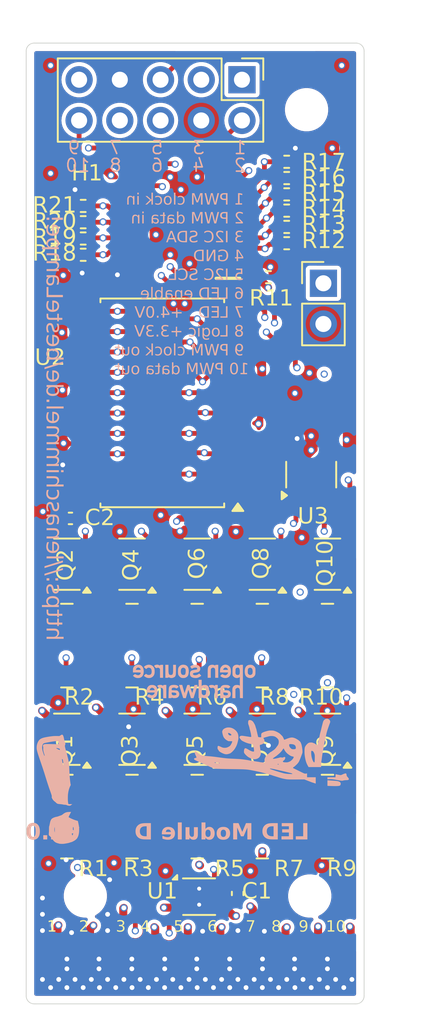
<source format=kicad_pcb>
(kicad_pcb (version 20240108) (generator "pcbnew") (generator_version "8.0")
  (layers (0 "F.Cu" signal) (1 "In1.Cu" signal) (2 "In2.Cu" signal) (31 "B.Cu" signal) (34 "B.Paste" user) (35 "F.Paste" user) (36 "B.SilkS" user "B.Silkscreen") (37 "F.SilkS" user "F.Silkscreen") (38 "B.Mask" user) (39 "F.Mask" user) (44 "Edge.Cuts" user))
  (net 0 "")
  (net 1 "GND")
  (net 2 "+4V")
  (net 3 "Net-(H1-OUTR3)")
  (net 4 "Net-(H1-OUTB1)")
  (net 5 "Net-(H1-OUTB2)")
  (net 7 "Net-(H1-OUTR0)")
  (net 8 "Net-(H1-OUTB0)")
  (net 9 "Net-(H1-OUTB3)")
  (net 10 "Net-(H1-IREF)")
  (net 11 "Net-(H1-OUTR1)")
  (net 12 "Net-(H1-OUTG3)")
  (net 13 "Net-(H1-OUTG0)")
  (net 15 "Net-(H1-OUTG1)")
  (net 16 "Net-(JP2-A)")
  (net 17 "Net-(JP3-A)")
  (net 18 "Net-(JP4-A)")
  (net 19 "Net-(JP5-A)")
  (net 20 "Net-(JP6-A)")
  (net 21 "Net-(JP7-A)")
  (net 22 "Net-(JP8-A)")
  (net 23 "Net-(JP9-A)")
  (net 24 "Net-(LED1-K)")
  (net 25 "Net-(LED2-K)")
  (net 26 "Net-(LED3-K)")
  (net 27 "Net-(LED4-K)")
  (net 28 "Net-(LED5-K)")
  (net 29 "Net-(LED6-K)")
  (net 30 "Net-(LED7-K)")
  (net 31 "Net-(LED8-K)")
  (net 32 "Net-(LED9-K)")
  (net 33 "Net-(LED10-K)")
  (net 34 "Net-(Q1-D-Pad1)")
  (net 35 "Net-(Q2-D-Pad1)")
  (net 36 "Net-(Q3-D-Pad1)")
  (net 37 "Net-(Q4-D-Pad1)")
  (net 38 "Net-(Q5-D-Pad1)")
  (net 39 "Net-(Q6-D-Pad1)")
  (net 40 "Net-(Q7-D-Pad1)")
  (net 41 "Net-(Q8-D-Pad1)")
  (net 42 "Net-(Q9-D-Pad1)")
  (net 43 "Net-(Q10-D-Pad1)")
  (net 45 "+3.3V")
  (net 46 "Net-(H1-SCKI)")
  (net 47 "Net-(H1-SDTI)")
  (net 48 "Net-(H1-SDTO)")
  (net 49 "Net-(H1-SCKO)")
  (net 50 "Net-(J1-Pin_3)")
  (net 51 "Net-(J1-Pin_6)")
  (net 52 "Net-(J1-Pin_5)")
  (footprint "Resistor_SMD:R_1020_2550Metric" (layer "F.Cu") (at 142.24 59.436)
    (property "Reference" "R8")
    (property "Value" "0R390")
  )
  (footprint "Resistor_SMD:R_0402_1005Metric" (layer "F.Cu") (at 143.76 34.33 180)
    (property "Reference" "R12")
    (property "Value" "R_Small")
  )
  (footprint "Resistor_SMD:R_0402_1005Metric" (layer "F.Cu") (at 143.76 31.282 180)
    (property "Reference" "R15")
    (property "Value" "R_Small")
  )
  (footprint "Resistor_SMD:R_1020_2550Metric" (layer "F.Cu") (at 142.24 70.104)
    (property "Reference" "R7")
    (property "Value" "0R390")
  )
  (footprint "Cree XLAMP XE-G LED XEGAVT-H0:XEGAVTH_clean" (layer "F.Cu") (at 133.096 78.74)
    (property "Reference" "LED3" (hide yes))
    (property "Value" "XEGAVT-H0-0000-000-000000K2001" (hide yes))
  )
  (footprint "Resistor_SMD:R_0402_1005Metric" (layer "F.Cu") (at 143.76 29.25 180)
    (property "Reference" "R17")
    (property "Value" "R_Small")
  )
  (footprint "Cree XLAMP XE-G LED XEGAVT-H0:XEGAVTH_clean" (layer "F.Cu") (at 135.128 78.74)
    (property "Reference" "LED4" (hide yes))
    (property "Value" "XEGAVT-H0-0000-000-000000K2001" (hide yes))
  )
  (footprint "Jumper:SolderJumper-2_Open_RoundedPad_small_nosilk" (layer "F.Cu") (at 136 40.15 180)
    (property "Reference" "JP2" (hide yes))
    (property "Value" "SolderJumper_2_Open")
  )
  (footprint "Connector_PinHeader_2.54mm:PinHeader_1x02_P2.54mm_Vertical" (layer "F.Cu") (at 146.05 36.83)
    (property "Reference" "J2" (hide yes))
    (property "Value" "Conn_01x02_Pin")
  )
  (footprint "Resistor_SMD:R_0402_1005Metric" (layer "F.Cu") (at 131.064 32.004 180)
    (property "Reference" "R21")
    (property "Value" "R_Small")
  )
  (footprint "Cree XLAMP XE-G LED XEGAVT-H0:XEGAVTH_clean" (layer "F.Cu") (at 141.224 78.74)
    (property "Reference" "LED7" (hide yes))
    (property "Value" "XEGAVT-H0-0000-000-000000K2001" (hide yes))
  )
  (footprint "Cree XLAMP XE-G LED XEGAVT-H0:XEGAVTH_clean" (layer "F.Cu") (at 129.032 78.74)
    (property "Reference" "LED1" (hide yes))
    (property "Value" "XEGAVT-H0-0000-000-000000K2001" (hide yes))
  )
  (footprint "Jumper:SolderJumper-2_Open_RoundedPad_small_nosilk" (layer "F.Cu") (at 136 47.65 180)
    (property "Reference" "JP5" (hide yes))
    (property "Value" "SolderJumper_2_Open")
  )
  (footprint "Package_SO:SOIC-20W_7.5x12.8mm_P1.27mm" (layer "F.Cu") (at 136 44.291 180)
    (property "Reference" "U2")
    (property "Value" "74HCT244")
  )
  (footprint "Resistor_SMD:R_0402_1005Metric" (layer "F.Cu") (at 143.76 30.266 180)
    (property "Reference" "R16")
    (property "Value" "R_Small")
  )
  (footprint "Resistor_SMD:R_0402_1005Metric" (layer "F.Cu") (at 143.76 33.314 180)
    (property "Reference" "R13")
    (property "Value" "R_Small")
  )
  (footprint "Package_SO:TSOP-6_1.65x3.05mm_P0.95mm" (layer "F.Cu") (at 146.304 65.278 180)
    (property "Reference" "Q9")
    (property "Value" "Si3456DDV")
  )
  (footprint "Resistor_SMD:R_1020_2550Metric" (layer "F.Cu") (at 130.048 70.104)
    (property "Reference" "R1")
    (property "Value" "0R390")
  )
  (footprint "Package_SO:TSOP-6_1.65x3.05mm_P0.95mm" (layer "F.Cu") (at 146.304 54.356 180)
    (property "Reference" "Q10")
    (property "Value" "Si3456DDV")
  )
  (footprint "Jumper:SolderJumper-2_Open_RoundedPad_small_nosilk" (layer "F.Cu") (at 136 40.9)
    (property "Reference" "JP6" (hide yes))
    (property "Value" "SolderJumper_2_Open")
  )
  (footprint "Package_SO:TSOP-6_1.65x3.05mm_P0.95mm" (layer "F.Cu") (at 134.112 54.356 180)
    (property "Reference" "Q4")
    (property "Value" "Si3456DDV")
  )
  (footprint "Capacitor_SMD:C_0402_1005Metric" (layer "F.Cu") (at 130.27 51.5)
    (property "Reference" "C2")
    (property "Value" "C_Small")
  )
  (footprint "Resistor_SMD:R_1020_2550Metric" (layer "F.Cu") (at 134.112 70.104)
    (property "Reference" "R3")
    (property "Value" "0R390")
  )
  (footprint "MountingHole:MountingHole_2.2mm_M2" (layer "F.Cu") (at 131.2 75.057)
    (property "Reference" "H3" (hide yes))
    (property "Value" "MountingHole")
  )
  (footprint "Cree XLAMP XE-G LED XEGAVT-H0:XEGAVTH_clean" (layer "F.Cu") (at 147.32 78.74)
    (property "Reference" "LED10" (hide yes))
    (property "Value" "XEGAVT-H0-0000-000-000000K2001" (hide yes))
  )
  (footprint "Package_TO_SOT_SMD:SOT-23-5" (layer "F.Cu") (at 145.288 48.768 90)
    (property "Reference" "U3")
    (property "Value" "24AA02-OT")
  )
  (footprint "Cree XLAMP XE-G LED XEGAVT-H0:XEGAVTH_clean" (layer "F.Cu") (at 139.192 78.74)
    (property "Reference" "LED6" (hide yes))
    (property "Value" "XEGAVT-H0-0000-000-000000K2001" (hide yes))
  )
  (footprint "Package_SO:TSOP-6_1.65x3.05mm_P0.95mm" (layer "F.Cu") (at 138.176 54.356 180)
    (property "Reference" "Q6")
    (property "Value" "Si3456DDV")
  )
  (footprint "Resistor_SMD:R_1020_2550Metric" (layer "F.Cu") (at 138.176 70.104)
    (property "Reference" "R5")
    (property "Value" "0R390")
  )
  (footprint "MountingHole:MountingHole_2.2mm_M2" (layer "F.Cu") (at 145.2 75.057)
    (property "Reference" "H2" (hide yes))
    (property "Value" "MountingHole")
  )
  (footprint "Jumper:SolderJumper-2_Open_RoundedPad_small_nosilk" (layer "F.Cu") (at 136 48.4)
    (property "Reference" "JP9" (hide yes))
    (property "Value" "SolderJumper_2_Open")
  )
  (footprint "Resistor_SMD:R_1020_2550Metric" (layer "F.Cu") (at 146.304 70.104)
    (property "Reference" "R9")
    (property "Value" "0R390")
  )
  (footprint "Capacitor_SMD:C_0402_1005Metric" (layer "F.Cu") (at 140.7 74.9 -90)
    (property "Reference" "C1")
    (property "Value" "C_Small")
  )
  (footprint "Package_SO:TSOP-6_1.65x3.05mm_P0.95mm" (layer "F.Cu") (at 130.048 54.356 180)
    (property "Reference" "Q2")
    (property "Value" "Si3456DDV")
  )
  (footprint "Cree XLAMP XE-G LED XEGAVT-H0:XEGAVTH_clean" (layer "F.Cu") (at 137.16 78.74)
    (property "Reference" "LED5" (hide yes))
    (property "Value" "XEGAVT-H0-0000-000-000000K2001" (hide yes))
  )
  (footprint "Resistor_SMD:R_1020_2550Metric" (layer "F.Cu") (at 134.112 59.436)
    (property "Reference" "R4")
    (property "Value" "0R390")
  )
  (footprint "Package_SO:TSOP-6_1.65x3.05mm_P0.95mm" (layer "F.Cu") (at 134.112 65.278 180)
    (property "Reference" "Q3")
    (property "Value" "Si3456DDV")
  )
  (footprint "Cree XLAMP XE-G LED XEGAVT-H0:XEGAVTH_clean" (layer "F.Cu") (at 131.064 78.74)
    (property "Reference" "LED2" (hide yes))
    (property "Value" "XEGAVT-H0-0000-000-000000K2001" (hide yes))
  )
  (footprint "Resistor_SMD:R_1020_2550Metric" (layer "F.Cu") (at 130.048 59.436)
    (property "Reference" "R2")
    (property "Value" "0R390")
  )
  (footprint "Cree XLAMP XE-G LED XEGAVT-H0:XEGAVTH_clean" (layer "F.Cu") (at 145.288 78.74)
    (property "Reference" "LED9" (hide yes))
    (property "Value" "XEGAVT-H0-0000-000-000000K2001" (hide yes))
  )
  (footprint "Jumper:SolderJumper-2_Open_RoundedPad_small_nosilk" (layer "F.Cu") (at 136 45.9)
    (property "Reference" "JP8" (hide yes))
    (property "Value" "SolderJumper_2_Open")
  )
  (footprint "TLC59711PWPR:SOP65P640X120-21N" (layer "F.Cu") (at 137.16 33.02 180)
    (property "Reference" "H1")
    (property "Value" "TLC59711PWPR" (hide yes))
  )
  (footprint "Package_SON:WSON-8-1EP_2x2mm_P0.5mm_EP0.9x1.6mm_ThermalVias" (layer "F.Cu") (at 138.3 75.1)
    (property "Reference" "U1")
    (property "Value" "TMP1075DGK")
  )
  (footprint "Jumper:SolderJumper-2_Open_RoundedPad_small_nosilk" (layer "F.Cu") (at 136 42.65 180)
    (property "Reference" "JP3" (hide yes))
    (property "Value" "SolderJumper_2_Open")
  )
  (footprint "Resistor_SMD:R_0402_1005Metric" (layer "F.Cu") (at 131.064 34.036 180)
    (property "Reference" "R19")
    (property "Value" "R_Small")
  )
  (footprint "Package_SO:TSOP-6_1.65x3.05mm_P0.95mm" (layer "F.Cu") (at 142.24 54.356 180)
    (property "Reference" "Q8")
    (property "Value" "Si3456DDV")
  )
  (footprint "Package_SO:TSOP-6_1.65x3.05mm_P0.95mm" (layer "F.Cu") (at 138.176 65.278 180)
    (property "Reference" "Q5")
    (property "Value" "Si3456DDV")
  )
  (footprint "Jumper:SolderJumper-2_Open_RoundedPad_small_nosilk" (layer "F.Cu") (at 136 43.4)
    (property "Reference" "JP7" (hide yes))
    (property "Value" "SolderJumper_2_Open")
  )
  (footprint "Resistor_SMD:R_1020_2550Metric" (layer "F.Cu") (at 138.176 59.436)
    (property "Reference" "R6")
    (property "Value" "0R390")
  )
  (footprint "Package_SO:TSOP-6_1.65x3.05mm_P0.95mm" (layer "F.Cu") (at 142.24 65.278 180)
    (property "Reference" "Q7")
    (property "Value" "Si3456DDV")
  )
  (footprint "Resistor_SMD:R_0402_1005Metric" (layer "F.Cu") (at 131.064 33.02 180)
    (property "Reference" "R20")
    (property "Value" "R_Small")
  )
  (footprint "Package_SO:TSOP-6_1.65x3.05mm_P0.95mm" (layer "F.Cu") (at 130.048 65.278 180)
    (property "Reference" "Q1")
    (property "Value" "Si3456DDV")
  )
  (footprint "Resistor_SMD:R_1020_2550Metric" (layer "F.Cu") (at 146.304 59.436)
    (property "Reference" "R10")
    (property "Value" "0R390")
  )
  (footprint "Jumper:SolderJumper-2_Open_RoundedPad_small_nosilk" (layer "F.Cu") (at 136 45.15 180)
    (property "Reference" "JP4" (hide yes))
    (property "Value" "SolderJumper_2_Open")
  )
  (footprint "Cree XLAMP XE-G LED XEGAVT-H0:XEGAVTH_clean" (layer "F.Cu") (at 143.256 78.74)
    (property "Reference" "LED8" (hide yes))
    (property "Value" "XEGAVT-H0-0000-000-000000K2001" (hide yes))
  )
  (footprint "Connector_PinHeader_2.54mm:PinHeader_2x05_P2.54mm_Vertical" (layer "F.Cu") (at 140.97 24.13 -90)
    (property "Reference" "J1" (hide yes))
    (property "Value" "Conn_01x10_Pin")
  )
  (footprint "Resistor_SMD:R_0402_1005Metric" (layer "F.Cu") (at 131.064 35.052 180)
    (property "Reference" "R18")
    (property "Value" "R_Small")
  )
  (footprint "Jumper:SolderJumper-2_Open_RoundedPad_small_nosilk" (layer "F.Cu") (at 145.225 45.175 180)
    (property "Reference" "JP1" (hide yes))
    (property "Value" "SolderJumper_2_Open")
  )
  (footprint "MountingHole:MountingHole_2.2mm_M2" (layer "F.Cu") (at 145 26)
    (property "Reference" "H4" (hide yes))
    (property "Value" "MountingHole")
  )
  (footprint "Resistor_SMD:R_0402_1005Metric" (layer "F.Cu") (at 143.76 32.298 180)
    (property "Reference" "R14")
    (property "Value" "R_Small")
  )
  (footprint "Resistor_SMD:R_0402_1005Metric" (layer "F.Cu") (at 142.621 36.449 180)
    (property "Reference" "R11")
    (property "Value" "R_Small")
  )
  (footprint "Symbol:OSHW-Logo_7.5x8mm_SilkScreen" (layer "B.Cu") (at 138 58.7 180)
    (property "Reference" "REF**" (hide yes))
    (property "Value" "OSHW-Logo_7.5x8mm_SilkScreen" (hide yes))
  )
  (footprint "LOGO" (layer "B.Cu") (at 137.696764 67.812498 180)
    (property "Reference" "G***" (hide yes))
    (property "Value" "LOGO" (hide yes))
  )
  (gr_line (start 127.508 22.344) (end 127.508 81.288) (stroke (width 0.05)) (layer "Edge.Cuts"))
  (gr_line (start 148.59 81.288) (end 148.59 22.344) (stroke (width 0.05)) (layer "Edge.Cuts"))
  (gr_line (start 148.09 21.844) (end 128.008 21.844) (stroke (width 0.05)) (layer "Edge.Cuts"))
  (gr_line (start 128.008 81.788) (end 148.09 81.788) (stroke (width 0.05)) (layer "Edge.Cuts"))
  (gr_arc (start 128.008 81.788) (mid 127.654447 81.641553) (end 127.508 81.288) (stroke (width 0.05)) (layer "Edge.Cuts"))
  (gr_arc (start 148.09 21.844) (mid 148.443553 21.990447) (end 148.59 22.344) (stroke (width 0.05)) (layer "Edge.Cuts"))
  (gr_arc (start 148.59 81.288) (mid 148.443553 81.641553) (end 148.09 81.788) (stroke (width 0.05)) (layer "Edge.Cuts"))
  (gr_arc (start 127.508 22.344) (mid 127.654447 21.990447) (end 128.008 21.844) (stroke (width 0.05)) (layer "Edge.Cuts"))
  (gr_text "LED Module D       v1.0" (at 145.18 71.7 0) (layer "B.SilkS") (effects (font (size 1 1) (thickness 0.2) (bold yes)) (justify left bottom mirror)))
  (gr_text "1   3   5   7   9" (at 141.3 27.9 0) (layer "B.SilkS") (effects (font (size 0.8 0.8) (thickness 0.1)) (justify left top mirror)))
  (gr_text " 1 PWM clock in\n 2 PWM data in\n 3 I2C SDA\n 4 GND\n 5 I2C SCL\n 6 LED enable\n 7 LED   +4.0V\n 8 Logic +3.3V\n 9 PWM clock out\n10 PWM data out" (at 141.41 31.22 0) (layer "B.SilkS") (effects (font (size 0.7 0.7) (thickness 0.1)) (justify left top mirror)))
  (gr_text "2   4   6   8  10" (at 141.3 29 0) (layer "B.SilkS") (effects (font (size 0.8 0.8) (thickness 0.1)) (justify left top mirror)))
  (gr_text "https://lenaschimmel.de/besteLampe!" (at 128.61 59.14 -90) (layer "B.SilkS") (effects (font (size 1 1) (thickness 0.125)) (justify left bottom mirror)))
  (gr_text "3" (at 133.1 77.4 0) (layer "F.SilkS") (effects (font (size 0.7 0.7) (thickness 0.1)) (justify left bottom)))
  (gr_text "2\n" (at 130.8 77.4 0) (layer "F.SilkS") (effects (font (size 0.7 0.7) (thickness 0.1)) (justify left bottom)))
  (gr_text "10" (at 146.2 77.4 0) (layer "F.SilkS") (effects (font (size 0.7 0.7) (thickness 0.1)) (justify left bottom)))
  (gr_text "7" (at 141.2 77.4 0) (layer "F.SilkS") (effects (font (size 0.7 0.7) (thickness 0.1)) (justify left bottom)))
  (gr_text "9" (at 144.5 77.4 0) (layer "F.SilkS") (effects (font (size 0.7 0.7) (thickness 0.1)) (justify left bottom)))
  (gr_text "4" (at 134.62 77.4 0) (layer "F.SilkS") (effects (font (size 0.7 0.7) (thickness 0.1)) (justify left bottom)))
  (gr_text "5" (at 136.7 77.4 0) (layer "F.SilkS") (effects (font (size 0.7 0.7) (thickness 0.1)) (justify left bottom)))
  (gr_text "8" (at 142.8 77.4 0) (layer "F.SilkS") (effects (font (size 0.7 0.7) (thickness 0.1)) (justify left bottom)))
  (gr_text "1" (at 128.8 77.4 0) (layer "F.SilkS") (effects (font (size 0.7 0.7) (thickness 0.1)) (justify left bottom)))
  (gr_text "6" (at 138.811 77.4 0) (layer "F.SilkS") (effects (font (size 0.7 0.7) (thickness 0.1)) (justify left bottom)))
  (segment (start 140.55 63.798) (end 141.08 64.328) (width 0.5) (layer "F.Cu") (net 1))
  (segment (start 136.873482 75.85) (end 136.80689 75.783408) (width 0.3) (layer "F.Cu") (net 1))
  (segment (start 142.24 72.896498) (end 142.45 73.106498) (width 0.5) (layer "F.Cu") (net 1))
  (segment (start 131.924 63.3) (end 132.952 64.328) (width 0.5) (layer "F.Cu") (net 1))
  (segment (start 136.100218 75.783408) (end 136.80689 75.783408) (width 0.5) (layer "F.Cu") (net 1))
  (segment (start 140.2 63.5) (end 140.498 63.798) (width 0.5) (layer "F.Cu") (net 1))
  (segment (start 137.016 64.328) (end 137.016 64.316) (width 0.5) (layer "F.Cu") (net 1))
  (segment (start 140.498 63.798) (end 140.55 63.798) (width 0.5) (layer "F.Cu") (net 1))
  (segment (start 142.45 73.106498) (end 142.45 73.893502) (width 0.5) (layer "F.Cu") (net 1))
  (segment (start 139.651518 75.925) (end 139.25 75.925) (width 0.5) (layer "F.Cu") (net 1))
  (segment (start 139.676518 75.9) (end 139.651518 75.925) (width 0.5) (layer "F.Cu") (net 1))
  (segment (start 136.1 75.78319) (end 136.100218 75.783408) (width 0.5) (layer "F.Cu") (net 1))
  (segment (start 136.1 75.783408) (end 136.166592 75.85) (width 0.3) (layer "F.Cu") (net 1))
  (segment (start 140.6 76.3) (end 140.441785 76.3) (width 0.5) (layer "F.Cu") (net 1))
  (segment (start 138.3 73.1) (end 138.354 73.154) (width 0.5) (layer "F.Cu") (net 1))
  (segment (start 136.1 75.78319) (end 136.1 75.783408) (width 0.3) (layer "F.Cu") (net 1))
  (segment (start 141.893502 74.45) (end 140.73 74.45) (width 0.5) (layer "F.Cu") (net 1))
  (segment (start 140.73 74.45) (end 140.7 74.42) (width 0.5) (layer "F.Cu") (net 1))
  (segment (start 140.041785 75.9) (end 139.676518 75.9) (width 0.5) (layer "F.Cu") (net 1))
  (segment (start 144.5 63.485786) (end 145.144 64.129786) (width 0.5) (layer "F.Cu") (net 1))
  (segment (start 142.24 72.263) (end 142.24 72.896498) (width 0.5) (layer "F.Cu") (net 1))
  (segment (start 145.144 64.129786) (end 145.144 64.328) (width 0.5) (layer "F.Cu") (net 1))
  (segment (start 137.016 64.316) (end 136.2 63.5) (width 0.5) (layer "F.Cu") (net 1))
  (segment (start 131.858 63.3) (end 131.924 63.3) (width 0.5) (layer "F.Cu") (net 1))
  (segment (start 128.888 63.888) (end 128.5 63.5) (width 0.5) (layer "F.Cu") (net 1))
  (segment (start 142.45 73.893502) (end 141.893502 74.45) (width 0.5) (layer "F.Cu") (net 1))
  (segment (start 128.888 64.328) (end 128.888 63.888) (width 0.5) (layer "F.Cu") (net 1))
  (segment (start 140.441785 76.3) (end 140.041785 75.9) (width 0.5) (layer "F.Cu") (net 1))
  (segment (start 137.35 75.85) (end 136.873482 75.85) (width 0.3) (layer "F.Cu") (net 1))
  (via (at 145.288 47.244) (size 0.45) (drill 0.3) (layers "F.Cu" "B.Cu") (net 1))
  (via (at 145.288 46.355) (size 0.45) (drill 0.3) (layers "F.Cu" "B.Cu") (net 1))
  (via (at 135.6 33.8) (size 0.45) (drill 0.3) (layers "F.Cu" "B.Cu") (net 1))
  (via (at 131.858 63.3) (size 0.45) (drill 0.3) (layers "F.Cu" "B.Cu") (net 1))
  (via (at 142.24 72.263) (size 0.45) (drill 0.3) (layers "F.Cu" "B.Cu") (net 1))
  (via (at 136.5 30.2) (size 0.45) (drill 0.3) (layers "F.Cu" "B.Cu") (net 1))
  (via (at 135.9 51.3) (size 0.45) (drill 0.3) (layers "F.Cu" "B.Cu") (net 1))
  (via (at 138.176 30.2) (size 0.45) (drill 0.3) (layers "F.Cu" "B.Cu") (net 1))
  (via (at 136.2 63.5) (size 0.45) (drill 0.3) (layers "F.Cu" "B.Cu") (net 1))
  (via (at 142.24 42.164) (size 0.45) (drill 0.3) (layers "F.Cu" "B.Cu") (net 1))
  (via (at 140.589 52.324) (size 0.45) (drill 0.3) (layers "F.Cu" "B.Cu") (net 1))
  (via (at 132.8 30.1) (size 0.45) (drill 0.3) (layers "F.Cu" "B.Cu") (net 1))
  (via (at 136.7 38.1) (size 0.45) (drill 0.3) (layers "F.Cu" "B.Cu") (net 1))
  (via (at 138.3 73.1) (size 0.45) (drill 0.3) (layers "F.Cu" "B.Cu") (net 1))
  (via (at 136.1 75.78319) (size 0.45) (drill 0.3) (layers "F.Cu" "B.Cu") (net 1))
  (via (at 129.77 43.49) (size 0.45) (drill 0.3) (layers "F.Cu" "B.Cu") (net 1))
  (via (at 137.1 52.3) (size 0.45) (drill 0.3) (layers "F.Cu" "B.Cu") (net 1))
  (via (at 129.84 46.81) (size 0.45) (drill 0.3) (layers "F.Cu" "B.Cu") (net 1))
  (via (at 137.7 35.6) (size 0.45) (drill 0.3) (layers "F.Cu" "B.Cu") (net 1))
  (via (at 140.6 76.3) (size 0.45) (drill 0.3) (layers "F.Cu" "B.Cu") (net 1))
  (via (at 145.177206 42.422794) (size 0.45) (drill 0.3) (layers "F.Cu" "B.Cu") (net 1))
  (via (at 129.032 29.972) (size 0.45) (drill 0.3) (layers "F.Cu" "B.Cu") (net 1))
  (via (at 146.30558 61.747863) (size 0.45) (drill 0.3) (layers "F.Cu" "B.Cu") (net 1))
  (via (at 136.5 35.052) (size 0.45) (drill 0.3) (layers "F.Cu" "B.Cu") (net 1))
  (via (at 144.5 63.485786) (size 0.45) (drill 0.3) (layers "F.Cu" "B.Cu") (net 1))
  (via (at 144.272 43.688) (size 0.45) (drill 0.3) (layers "F.Cu" "B.Cu") (net 1))
  (via (at 147.193 23.241) (size 0.45) (drill 0.3) (layers "F.Cu" "B.Cu") (net 1))
  (via (at 129.74 39.9) (size 0.45) (drill 0.3) (layers "F.Cu" "B.Cu") (net 1))
  (via (at 129.032 23.241) (size 0.45) (drill 0.3) (layers "F.Cu" "B.Cu") (net 1))
  (via (at 147.5 46.6) (size 0.45) (drill 0.3) (layers "F.Cu" "B.Cu") (net 1))
  (via (at 137.4 38.1) (size 0.45) (drill 0.3) (layers "F.Cu" "B.Cu") (net 1))
  (via (at 142 45.6) (size 0.45) (drill 0.3) (layers "F.Cu" "B.Cu") (net 1))
  (via (at 140.2 63.5) (size 0.45) (drill 0.3) (layers "F.Cu" "B.Cu") (net 1))
  (via (at 146.6 28.4) (size 0.45) (drill 0.3) (layers "F.Cu" "B.Cu") (net 1))
  (via (at 133.35 52.324) (size 0.45) (drill 0.3) (layers "F.Cu" "B.Cu") (net 1))
  (via (at 142.748 35.814) (size 0.45) (drill 0.3) (layers "F.Cu" "B.Cu") (net 1))
  (via (at 128.55 51.07) (size 0.45) (drill 0.3) (layers "F.Cu" "B.Cu") (net 1))
  (via (at 129.82 36.34) (size 0.45) (drill 0.3) (layers "F.Cu" "B.Cu") (net 1))
  (via (at 137.16 30.988) (size 0.45) (drill 0.3) (layers "F.Cu" "B.Cu") (net 1))
  (via (at 144.7 52.7) (size 0.45) (drill 0.3) (layers "F.Cu" "B.Cu") (net 1))
  (via (at 128.5 63.5) (size 0.45) (drill 0.3) (layers "F.Cu" "B.Cu") (net 1))
  (segment (start 129.78 48.17) (end 129.78 50) (width 0.5) (layer "F.Cu") (net 2))
  (segment (start 133.217 36.3) (end 134.197 35.32) (width 0.5) (layer "F.Cu") (net 2))
  (segment (start 131.35 50.006) (end 130.32 50.006) (width 0.5) (layer "F.Cu") (net 2))
  (segment (start 130.556 30.988) (end 130.556 35.746) (width 0.5) (layer "F.Cu") (net 2))
  (segment (start 133.555 35.945) (end 134.222 35.945) (width 0.5) (layer "F.Cu") (net 2))
  (segment (start 133.2 36.3) (end 133.555 35.945) (width 0.5) (layer "F.Cu") (net 2))
  (segment (start 144.2 45.3) (end 144.2 46.308694) (width 0.5) (layer "F.Cu") (net 2))
  (segment (start 144.27 34.33) (end 144.274 34.326) (width 0.5) (layer "F.Cu") (net 2))
  (segment (start 144.3 29.946) (end 144.272 29.974) (width 0.5) (layer "F.Cu") (net 2))
  (segment (start 144.274 34.326) (end 144.274 29.254) (width 0.5) (layer "F.Cu") (net 2))
  (segment (start 130.32 50.006) (end 129.786 50.006) (width 0.5) (layer "F.Cu") (net 2))
  (segment (start 144.274 29.254) (end 144.27 29.25) (width 0.5) (layer "F.Cu") (net 2))
  (segment (start 144.2 46.308694) (end 144.409306 46.518) (width 0.5) (layer "F.Cu") (net 2))
  (segment (start 130.556 35.746) (end 131 36.19) (width 0.5) (layer "F.Cu") (net 2))
  (segment (start 129.786 50.006) (end 129.78 50) (width 0.5) (layer "F.Cu") (net 2))
  (segment (start 134.197 35.32) (end 134.222 35.32) (width 0.5) (layer "F.Cu") (net 2))
  (segment (start 144.3 28.4) (end 144.3 29.946) (width 0.5) (layer "F.Cu") (net 2))
  (segment (start 133.2 36.3) (end 133.217 36.3) (width 0.5) (layer "F.Cu") (net 2))
  (segment (start 144.575 44.925) (end 144.2 45.3) (width 0.5) (layer "F.Cu") (net 2))
  (segment (start 129.79 51.5) (end 129.79 50.01) (width 0.5) (layer "F.Cu") (net 2))
  (segment (start 129.79 48.16) (end 129.78 48.17) (width 0.5) (layer "F.Cu") (net 2))
  (segment (start 129.79 50.01) (end 129.786 50.006) (width 0.5) (layer "F.Cu") (net 2))
  (via (at 134.1 78.99) (size 0.45) (drill 0.3) (layers "F.Cu" "B.Cu") (net 2))
  (via (at 144.78 80.264) (size 0.45) (drill 0.3) (layers "F.Cu" "B.Cu") (net 2))
  (via (at 128.524 80.264) (size 0.45) (drill 0.3) (layers "F.Cu" "B.Cu") (net 2))
  (via (at 144.409306 46.518) (size 0.45) (drill 0.3) (layers "F.Cu" "B.Cu") (net 2))
  (via (at 132.588 80.264) (size 0.45) (drill 0.3) (layers "F.Cu" "B.Cu") (net 2))
  (via (at 131 36.19) (size 0.45) (drill 0.3) (layers "F.Cu" "B.Cu") (net 2))
  (via (at 131.572 80.264) (size 0.45) (drill 0.3) (layers "F.Cu" "B.Cu") (net 2))
  (via (at 134.62 80.264) (size 0.45) (drill 0.3) (layers "F.Cu" "B.Cu") (net 2))
  (via (at 138.15 78.99) (size 0.45) (drill 0.3) (layers "F.Cu" "B.Cu") (net 2))
  (via (at 130 72.8) (size 0.45) (drill 0.3) (layers "F.Cu" "B.Cu") (net 2))
  (via (at 145.796 80.264) (size 0.45) (drill 0.3) (layers "F.Cu" "B.Cu") (net 2))
  (via (at 135.128 80.772) (size 0.45) (drill 0.3) (layers "F.Cu" "B.Cu") (net 2))
  (via (at 130.048 80.772) (size 0.45) (drill 0.3) (layers "F.Cu" "B.Cu") (net 2))
  (via (at 136.144 80.772) (size 0.45) (drill 0.3) (layers "F.Cu" "B.Cu") (net 2))
  (via (at 140.208 80.772) (size 0.45) (drill 0.3) (layers "F.Cu" "B.Cu") (net 2))
  (via (at 142.25 78.99) (size 0.45) (drill 0.3) (layers "F.Cu" "B.Cu") (net 2))
  (via (at 133.9 64.5) (size 0.45) (drill 0.3) (layers "F.Cu" "B.Cu") (net 2))
  (via (at 133.604 80.264) (size 0.45) (drill 0.3) (layers "F.Cu" "B.Cu") (net 2))
  (via (at 129.54 80.264) (size 0.45) (drill 0.3) (layers "F.Cu" "B.Cu") (net 2))
  (via (at 128.524 76.2) (size 0.45) (drill 0.3) (layers "F.Cu" "B.Cu") (net 2))
  (via (at 146.3 78.99) (size 0.45) (drill 0.3) (layers "F.Cu" "B.Cu") (net 2))
  (via (at 147.32 80.772) (size 0.45) (drill 0.3) (layers "F.Cu" "B.Cu") (net 2))
  (via (at 129.032 80.772) (size 0.45) (drill 0.3) (layers "F.Cu" "B.Cu") (net 2))
  (via (at 141.732 80.264) (size 0.45) (drill 0.3) (layers "F.Cu" "B.Cu") (net 2))
  (via (at 141.224 80.772) (size 0.45) (drill 0.3) (layers "F.Cu" "B.Cu") (net 2))
  (via (at 136.652 80.264) (size 0.45) (drill 0.3) (layers "F.Cu" "B.Cu") (net 2))
  (via (at 133.096 80.772) (size 0.45) (drill 0.3) (layers "F.Cu" "B.Cu") (net 2))
  (via (at 130.556 80.264) (size 0.45) (drill 0.3) (layers "F.Cu" "B.Cu") (net 2))
  (via (at 130.05 78.99) (size 0.45) (drill 0.3) (layers "F.Cu" "B.Cu") (net 2))
  (via (at 137.16 80.772) (size 0.45) (drill 0.3) (layers "F.Cu" "B.Cu") (net 2))
  (via (at 142.367 77.256) (size 0.45) (drill 0.3) (layers "F.Cu" "B.Cu") (net 2))
  (via (at 142.619795 65.665004) (size 0.45) (drill 0.3) (layers "F.Cu" "B.Cu") (net 2))
  (via (at 132.08 80.772) (size 0.45) (drill 0.3) (layers "F.Cu" "B.Cu") (net 2))
  (via (at 144.3 28.4) (size 0.45) (drill 0.3) (layers "F.Cu" "B.Cu") (net 2))
  (via (at 146.812 80.264) (size 0.45) (drill 0.3) (layers "F.Cu" "B.Cu") (net 2))
  (via (at 143.256 80.772) (size 0.45) (drill 0.3) (layers "F.Cu" "B.Cu") (net 2))
  (via (at 142.24 80.772) (size 0.45) (drill 0.3) (layers "F.Cu" "B.Cu") (net 2))
  (via (at 144.25 78.99) (size 0.45) (drill 0.3) (layers "F.Cu" "B.Cu") (net 2))
  (via (at 138.684 80.264) (size 0.45) (drill 0.3) (layers "F.Cu" "B.Cu") (net 2))
  (via (at 130.05 79.6) (size 0.45) (drill 0.3) (layers "F.Cu" "B.Cu") (net 2))
  (via (at 132.588 77.216) (size 0.45) (drill 0.3) (layers "F.Cu" "B.Cu") (net 2))
  (via (at 146.3 79.6) (size 0.45) (drill 0.3) (layers "F.Cu" "B.Cu") (net 2))
  (via (at 128.524 75.184) (size 0.45) (drill 0.3) (layers "F.Cu" "B.Cu") (net 2))
  (via (at 135.636 80.264) (size 0.45) (drill 0.3) (layers "F.Cu" "B.Cu") (net 2))
  (via (at 144.272 80.772) (size 0.45) (drill 0.3) (layers "F.Cu" "B.Cu") (net 2))
  (via (at 142.25 79.6) (size 0.45) (drill 0.3) (layers "F.Cu" "B.Cu") (net 2))
  (via (at 129.79 48.16) (size 0.45) (drill 0.3) (layers "F.Cu" "B.Cu") (net 2))
  (via (at 142.748 80.264) (size 0.45) (drill 0.3) (layers "F.Cu" "B.Cu") (net 2))
  (via (at 130.556 30.988) (size 0.45) (drill 0.3) (layers "F.Cu" "B.Cu") (net 2))
  (via (at 137.668 80.264) (size 0.45) (drill 0.3) (layers "F.Cu" "B.Cu") (net 2))
  (via (at 128.524 77.216) (size 0.45) (drill 0.3) (layers "F.Cu" "B.Cu") (net 2))
  (via (at 147.828 80.264) (size 0.45) (drill 0.3) (layers "F.Cu" "B.Cu") (net 2))
  (via (at 144.25 79.6) (size 0.45) (drill 0.3) (layers "F.Cu" "B.Cu") (net 2))
  (via (at 134.1 79.6) (size 0.45) (drill 0.3) (layers "F.Cu" "B.Cu") (net 2))
  (via (at 130.34 77.343) (size 0.45) (drill 0.3) (layers "F.Cu" "B.Cu") (net 2))
  (via (at 140.2 79.6) (size 0.45) (drill 0.3) (layers "F.Cu" "B.Cu") (net 2))
  (via (at 138.514778 77.256287) (size 0.45) (drill 0.3) (layers "F.Cu" "B.Cu") (net 2))
  (via (at 139.192 80.772) (size 0.45) (drill 0.3) (layers "F.Cu" "B.Cu") (net 2))
  (via (at 140.716 77.216) (size 0.45) (drill 0.3) (layers "F.Cu" "B.Cu") (net 2))
  (via (at 146.304 80.772) (size 0.45) (drill 0.3) (layers "F.Cu" "B.Cu") (net 2))
  (via (at 132.05 78.99) (size 0.45) (drill 0.3) (layers "F.Cu" "B.Cu") (net 2))
  (via (at 132.05 79.6) (size 0.45) (drill 0.3) (layers "F.Cu" "B.Cu") (net 2))
  (via (at 139.7 80.264) (size 0.45) (drill 0.3) (layers "F.Cu" "B.Cu") (net 2))
  (via (at 143.764 80.264) (size 0.45) (drill 0.3) (layers "F.Cu" "B.Cu") (net 2))
  (via (at 132.588 76.2) (size 0.45) (drill 0.3) (layers "F.Cu" "B.Cu") (net 2))
  (via (at 145.288 80.772) (size 0.45) (drill 0.3) (layers "F.Cu" "B.Cu") (net 2))
  (via (at 131.064 80.772) (size 0.45) (drill 0.3) (layers "F.Cu" "B.Cu") (net 2))
  (via (at 140.2 78.99) (size 0.45) (drill 0.3) (layers "F.Cu" "B.Cu") (net 2))
  (via (at 136.15 79.6) (size 0.45) (drill 0.3) (layers "F.Cu" "B.Cu") (net 2))
  (via (at 138.176 80.772) (size 0.45) (drill 0.3) (layers "F.Cu" "B.Cu") (net 2))
  (via (at 134.112 80.772) (size 0.45) (drill 0.3) (layers "F.Cu" "B.Cu") (net 2))
  (via (at 136.15 78.99) (size 0.45) (drill 0.3) (layers "F.Cu" "B.Cu") (net 2))
  (via (at 133.2 36.3) (size 0.45) (drill 0.3) (layers "F.Cu" "B.Cu") (net 2))
  (via (at 132.715 74.041) (size 0.45) (drill 0.3) (layers "F.Cu" "B.Cu") (net 2))
  (via (at 138.15 79.6) (size 0.45) (drill 0.3) (layers "F.Cu" "B.Cu") (net 2))
  (via (at 140.716 80.264) (size 0.45) (drill 0.3) (layers "F.Cu" "B.Cu") (net 2))
  (segment (start 142.392587 38.582325) (end 141.010262 37.2) (width 0.3) (layer "F.Cu") (net 3))
  (segment (start 147.5 62.7) (end 147.5 64.292) (width 0.3) (layer "F.Cu") (net 3))
  (segment (start 134.222 33.345) (end 133.045 33.345) (width 0.3) (layer "F.Cu") (net 3))
  (segment (start 147.5 64.292) (end 147.464 64.328) (width 0.3) (layer "F.Cu") (net 3))
  (segment (start 132.32 33.02) (end 132.3 33) (width 0.3) (layer "F.Cu") (net 3))
  (segment (start 142.392587 38.963413) (end 142.392587 38.582325) (width 0.3) (layer "F.Cu") (net 3))
  (segment (start 136.79305 37.2) (end 135.939938 36.346888) (width 0.3) (layer "F.Cu") (net 3))
  (segment (start 132.72 33.02) (end 132.32 33.02) (width 0.3) (layer "F.Cu") (net 3))
  (segment (start 132.28 33.02) (end 131.574 33.02) (width 0.3) (layer "F.Cu") (net 3))
  (segment (start 141.010262 37.2) (end 136.79305 37.2) (width 0.3) (layer "F.Cu") (net 3))
  (segment (start 132.3 33) (end 132.28 33.02) (width 0.3) (layer "F.Cu") (net 3))
  (segment (start 133.045 33.345) (end 132.72 33.02) (width 0.3) (layer "F.Cu") (net 3))
  (via (at 142.392587 38.963413) (size 0.45) (drill 0.3) (layers "F.Cu" "B.Cu") (net 3))
  (via (at 132.3 33) (size 0.45) (drill 0.3) (layers "F.Cu" "B.Cu") (net 3))
  (via (at 135.939938 36.346888) (size 0.45) (drill 0.3) (layers "F.Cu" "B.Cu") (net 3))
  (via (at 147.5 62.7) (size 0.45) (drill 0.3) (layers "F.Cu" "B.Cu") (net 3))
  (segment (start 142.37 29.25) (end 142.37 30.03) (width 0.3) (layer "F.Cu") (net 4))
  (segment (start 142.37 30.03) (end 141.005 31.395) (width 0.3) (layer "F.Cu") (net 4))
  (segment (start 141.005 31.395) (end 140.098 31.395) (width 0.3) (layer "F.Cu") (net 4))
  (segment (start 142.37 29.25) (end 143.25 29.25) (width 0.3) (layer "F.Cu") (net 4))
  (segment (start 133.2 43.656) (end 131.35 43.656) (width 0.3) (layer "F.Cu") (net 4))
  (segment (start 134.106 43.656) (end 133.2 43.656) (width 0.3) (layer "F.Cu") (net 4))
  (segment (start 135.35 44.9) (end 134.106 43.656) (width 0.3) (layer "F.Cu") (net 4))
  (via (at 142.37 29.25) (size 0.45) (drill 0.3) (layers "F.Cu" "B.Cu") (net 4))
  (via (at 133.2 43.656) (size 0.45) (drill 0.3) (layers "F.Cu" "B.Cu") (net 4))
  (segment (start 134.222 32.695) (end 133.295 32.695) (width 0.3) (layer "F.Cu") (net 5))
  (segment (start 132.604 32.004) (end 132.304 32.004) (width 0.3) (layer "F.Cu") (net 5))
  (segment (start 141.248 36.6) (end 137.3 36.6) (width 0.3) (layer "F.Cu") (net 5))
  (segment (start 137.3 36.6) (end 136.493413 35.793413) (width 0.3) (layer "F.Cu") (net 5))
  (segment (start 132.304 32.004) (end 132.3 32) (width 0.3) (layer "F.Cu") (net 5))
  (segment (start 132.3 32) (end 132.296 32.004) (width 0.3) (layer "F.Cu") (net 5))
  (segment (start 133.295 32.695) (end 132.604 32.004) (width 0.3) (layer "F.Cu") (net 5))
  (segment (start 147.7 49.2) (end 147.7 53.17) (width 0.3) (layer "F.Cu") (net 5))
  (segment (start 132.296 32.004) (end 131.574 32.004) (width 0.3) (layer "F.Cu") (net 5))
  (segment (start 143 39.3) (end 143 38.352) (width 0.3) (layer "F.Cu") (net 5))
  (segment (start 147.6 49.1) (end 147.7 49.2) (width 0.3) (layer "F.Cu") (net 5))
  (segment (start 147.7 53.17) (end 147.464 53.406) (width 0.3) (layer "F.Cu") (net 5))
  (segment (start 143 38.352) (end 141.248 36.6) (width 0.3) (layer "F.Cu") (net 5))
  (via (at 143 39.3) (size 0.45) (drill 0.3) (layers "F.Cu" "B.Cu") (net 5))
  (via (at 147.6 49.1) (size 0.45) (drill 0.3) (layers "F.Cu" "B.Cu") (net 5))
  (via (at 132.3 32) (size 0.45) (drill 0.3) (layers "F.Cu" "B.Cu") (net 5))
  (via (at 136.493413 35.793413) (size 0.45) (drill 0.3) (layers "F.Cu" "B.Cu") (net 5))
  (segment (start 142.405913 34.670435) (end 142.676348 34.4) (width 0.3) (layer "F.Cu") (net 7))
  (segment (start 140.65 48.736) (end 137.668 48.736) (width 0.3) (layer "F.Cu") (net 7))
  (segment (start 137.668 48.736) (end 136.736 48.736) (width 0.3) (layer "F.Cu") (net 7))
  (segment (start 143.18 34.4) (end 143.25 34.33) (width 0.3) (layer "F.Cu") (net 7))
  (segment (start 142.405913 34.670435) (end 142.380478 34.645) (width 0.3) (layer "F.Cu") (net 7))
  (segment (start 136.736 48.736) (end 136.65 48.65) (width 0.3) (layer "F.Cu") (net 7))
  (segment (start 142.380478 34.645) (end 140.098 34.645) (width 0.3) (layer "F.Cu") (net 7))
  (segment (start 142.676348 34.4) (end 143.18 34.4) (width 0.3) (layer "F.Cu") (net 7))
  (via (at 142.405913 34.670435) (size 0.45) (drill 0.3) (layers "F.Cu" "B.Cu") (net 7))
  (via (at 137.668 48.736) (size 0.45) (drill 0.3) (layers "F.Cu" "B.Cu") (net 7))
  (segment (start 142.498897 32.764277) (end 142.535723 32.764277) (width 0.3) (layer "F.Cu") (net 8))
  (segment (start 136.656 43.656) (end 136.65 43.65) (width 0.3) (layer "F.Cu") (net 8))
  (segment (start 141.918174 33.345) (end 140.098 33.345) (width 0.3) (layer "F.Cu") (net 8))
  (segment (start 142.498897 32.764277) (end 141.918174 33.345) (width 0.3) (layer "F.Cu") (net 8))
  (segment (start 140.65 43.656) (end 137.668 43.656) (width 0.3) (layer "F.Cu") (net 8))
  (segment (start 137.668 43.656) (end 136.656 43.656) (width 0.3) (layer "F.Cu") (net 8))
  (segment (start 143.002 32.298) (end 143.25 32.298) (width 0.3) (layer "F.Cu") (net 8))
  (segment (start 142.535723 32.764277) (end 143.002 32.298) (width 0.3) (layer "F.Cu") (net 8))
  (via (at 142.498897 32.764277) (size 0.45) (drill 0.3) (layers "F.Cu" "B.Cu") (net 8))
  (via (at 137.668 43.656) (size 0.45) (drill 0.3) (layers "F.Cu" "B.Cu") (net 8))
  (segment (start 132.955 34.645) (end 132.548 35.052) (width 0.3) (layer "F.Cu") (net 9))
  (segment (start 133.2 41.116) (end 131.35 41.116) (width 0.3) (layer "F.Cu") (net 9))
  (segment (start 134.222 34.645) (end 132.955 34.645) (width 0.3) (layer "F.Cu") (net 9))
  (segment (start 132.3 35.05) (end 132.298 35.052) (width 0.3) (layer "F.Cu") (net 9))
  (segment (start 132.302 35.052) (end 132.3 35.05) (width 0.3) (layer "F.Cu") (net 9))
  (segment (start 132.298 35.052) (end 131.574 35.052) (width 0.3) (layer "F.Cu") (net 9))
  (segment (start 135.35 42.4) (end 134.066 41.116) (width 0.3) (layer "F.Cu") (net 9))
  (segment (start 132.548 35.052) (end 132.302 35.052) (width 0.3) (layer "F.Cu") (net 9))
  (segment (start 134.066 41.116) (end 133.2 41.116) (width 0.3) (layer "F.Cu") (net 9))
  (via (at 133.2 41.116) (size 0.45) (drill 0.3) (layers "F.Cu" "B.Cu") (net 9))
  (via (at 132.3 35.05) (size 0.45) (drill 0.3) (layers "F.Cu" "B.Cu") (net 9))
  (segment (start 142.6 37.1) (end 141.47 35.97) (width 0.5) (layer "F.Cu") (net 10))
  (segment (start 141.47 35.97) (end 140.098 35.97) (width 0.5) (layer "F.Cu") (net 10))
  (via (at 142.6 37.1) (size 0.45) (drill 0.3) (layers "F.Cu" "B.Cu") (net 10))
  (segment (start 137.72738 40.49262) (end 137.30738 40.49262) (width 0.3) (layer "F.Cu") (net 11))
  (segment (start 142.981174 31.282) (end 143.25 31.282) (width 0.3) (layer "F.Cu") (net 11))
  (segment (start 142.431587 31.831587) (end 141.568174 32.695) (width 0.3) (layer "F.Cu") (net 11))
  (segment (start 142.431587 31.831587) (end 142.981174 31.282) (width 0.3) (layer "F.Cu") (net 11))
  (segment (start 137.72738 40.49262) (end 138.35076 41.116) (width 0.3) (layer "F.Cu") (net 11))
  (segment (start 137.30738 40.49262) (end 136.65 41.15) (width 0.3) (layer "F.Cu") (net 11))
  (segment (start 141.568174 32.695) (end 140.098 32.695) (width 0.3) (layer "F.Cu") (net 11))
  (segment (start 138.35076 41.116) (end 140.65 41.116) (width 0.3) (layer "F.Cu") (net 11))
  (via (at 142.431587 31.831587) (size 0.45) (drill 0.3) (layers "F.Cu" "B.Cu") (net 11))
  (via (at 137.72738 40.49262) (size 0.45) (drill 0.3) (layers "F.Cu" "B.Cu") (net 11))
  (segment (start 133.2 38.576) (end 134.026 38.576) (width 0.3) (layer "F.Cu") (net 12))
  (segment (start 132.305 33.995) (end 132.3 34) (width 0.3) (layer "F.Cu") (net 12))
  (segment (start 134.026 38.576) (end 135.35 39.9) (width 0.3) (layer "F.Cu") (net 12))
  (segment (start 134.222 33.995) (end 132.305 33.995) (width 0.3) (layer "F.Cu") (net 12))
  (segment (start 133.2 38.576) (end 131.35 38.576) (width 0.3) (layer "F.Cu") (net 12))
  (segment (start 132.3 34) (end 132.295 33.995) (width 0.3) (layer "F.Cu") (net 12))
  (segment (start 131.615 33.995) (end 131.574 34.036) (width 0.3) (layer "F.Cu") (net 12))
  (segment (start 132.295 33.995) (end 131.615 33.995) (width 0.3) (layer "F.Cu") (net 12))
  (via (at 132.3 34) (size 0.45) (drill 0.3) (layers "F.Cu" "B.Cu") (net 12))
  (via (at 133.2 38.576) (size 0.45) (drill 0.3) (layers "F.Cu" "B.Cu") (net 12))
  (segment (start 142.268174 33.995) (end 140.098 33.995) (width 0.3) (layer "F.Cu") (net 13))
  (segment (start 142.431587 33.831587) (end 142.268174 33.995) (width 0.3) (layer "F.Cu") (net 13))
  (segment (start 137.668 46.196) (end 136.696 46.196) (width 0.3) (layer "F.Cu") (net 13))
  (segment (start 142.949174 33.314) (end 143.25 33.314) (width 0.3) (layer "F.Cu") (net 13))
  (segment (start 142.431587 33.831587) (end 142.949174 33.314) (width 0.3) (layer "F.Cu") (net 13))
  (segment (start 136.696 46.196) (end 136.65 46.15) (width 0.3) (layer "F.Cu") (net 13))
  (segment (start 140.65 46.196) (end 137.668 46.196) (width 0.3) (layer "F.Cu") (net 13))
  (via (at 137.668 46.196) (size 0.45) (drill 0.3) (layers "F.Cu" "B.Cu") (net 13))
  (via (at 142.431587 33.831587) (size 0.45) (drill 0.3) (layers "F.Cu" "B.Cu") (net 13))
  (segment (start 135.35 47.4) (end 135.3 47.4) (width 0.3) (layer "F.Cu") (net 15))
  (segment (start 142.356587 30.856587) (end 142.947174 30.266) (width 0.3) (layer "F.Cu") (net 15))
  (segment (start 141.168174 32.045) (end 140.098 32.045) (width 0.3) (layer "F.Cu") (net 15))
  (segment (start 133.2 46.196) (end 131.35 46.196) (width 0.3) (layer "F.Cu") (net 15))
  (segment (start 135.3 47.4) (end 134.096 46.196) (width 0.3) (layer "F.Cu") (net 15))
  (segment (start 142.356587 30.856587) (end 141.168174 32.045) (width 0.3) (layer "F.Cu") (net 15))
  (segment (start 134.096 46.196) (end 133.2 46.196) (width 0.3) (layer "F.Cu") (net 15))
  (segment (start 142.947174 30.266) (end 143.25 30.266) (width 0.3) (layer "F.Cu") (net 15))
  (via (at 133.2 46.196) (size 0.45) (drill 0.3) (layers "F.Cu" "B.Cu") (net 15))
  (via (at 142.356587 30.856587) (size 0.45) (drill 0.3) (layers "F.Cu" "B.Cu") (net 15))
  (segment (start 137.5 39.05) (end 136.65 39.9) (width 0.3) (layer "F.Cu") (net 16))
  (segment (start 138.176 39.05) (end 137.5 39.05) (width 0.3) (layer "F.Cu") (net 16))
  (segment (start 138.972 39.846) (end 140.65 39.846) (width 0.3) (layer "F.Cu") (net 16))
  (segment (start 138.176 39.05) (end 138.972 39.846) (width 0.3) (layer "F.Cu") (net 16))
  (segment (start 143.4 53.406) (end 143.4 52.3) (width 0.3) (layer "F.Cu") (net 16))
  (via (at 143.4 52.3) (size 0.45) (drill 0.3) (layers "F.Cu" "B.Cu") (net 16))
  (via (at 138.176 39.05) (size 0.45) (drill 0.3) (layers "F.Cu" "B.Cu") (net 16))
  (segment (start 143.4 63.001456) (end 143.4 64.328) (width 0.3) (layer "F.Cu") (net 17))
  (segment (start 137.94 42.4) (end 136.65 42.4) (width 0.3) (layer "F.Cu") (net 17))
  (segment (start 138.51038 42.97038) (end 137.94 42.4) (width 0.3) (layer "F.Cu") (net 17))
  (segment (start 139.09476 42.386) (end 140.65 42.386) (width 0.3) (layer "F.Cu") (net 17))
  (segment (start 142.2 60.2) (end 142.2 61.801456) (width 0.3) (layer "F.Cu") (net 17))
  (segment (start 142.2 61.801456) (end 143.4 63.001456) (width 0.3) (layer "F.Cu") (net 17))
  (segment (start 138.51038 42.97038) (end 139.09476 42.386) (width 0.3) (layer "F.Cu") (net 17))
  (via (at 142.2 60.2) (size 0.45) (drill 0.3) (layers "F.Cu" "B.Cu") (net 17))
  (via (at 138.51038 42.97038) (size 0.45) (drill 0.3) (layers "F.Cu" "B.Cu") (net 17))
  (segment (start 138.684 44.9) (end 138.71 44.926) (width 0.3) (layer "F.Cu") (net 18))
  (segment (start 139.336 52.336) (end 139.3 52.3) (width 0.3) (layer "F.Cu") (net 18))
  (segment (start 139.336 53.406) (end 139.336 52.336) (width 0.3) (layer "F.Cu") (net 18))
  (segment (start 138.71 44.926) (end 140.65 44.926) (width 0.3) (layer "F.Cu") (net 18))
  (segment (start 138.684 44.9) (end 136.65 44.9) (width 0.3) (layer "F.Cu") (net 18))
  (via (at 138.684 44.9) (size 0.45) (drill 0.3) (layers "F.Cu" "B.Cu") (net 18))
  (via (at 139.3 52.3) (size 0.45) (drill 0.3) (layers "F.Cu" "B.Cu") (net 18))
  (segment (start 138.301 61.966456) (end 139.336 63.001456) (width 0.3) (layer "F.Cu") (net 19))
  (segment (start 140.65 47.466) (end 138.684 47.466) (width 0.3) (layer "F.Cu") (net 19))
  (segment (start 138.62138 47.40338) (end 136.65338 47.40338) (width 0.3) (layer "F.Cu") (net 19))
  (segment (start 138.301 60.3) (end 138.301 61.966456) (width 0.3) (layer "F.Cu") (net 19))
  (segment (start 138.684 47.466) (end 138.62138 47.40338) (width 0.3) (layer "F.Cu") (net 19))
  (segment (start 136.65338 47.40338) (end 136.65 47.4) (width 0.3) (layer "F.Cu") (net 19))
  (segment (start 139.336 63.001456) (end 139.336 64.328) (width 0.3) (layer "F.Cu") (net 19))
  (via (at 138.301 60.3) (size 0.45) (drill 0.3) (layers "F.Cu" "B.Cu") (net 19))
  (via (at 138.62138 47.40338) (size 0.45) (drill 0.3) (layers "F.Cu" "B.Cu") (net 19))
  (segment (start 135.272 52.872) (end 135.272 53.406) (width 0.3) (layer "F.Cu") (net 20))
  (segment (start 133.2 39.846) (end 131.35 39.846) (width 0.3) (layer "F.Cu") (net 20))
  (segment (start 134.046 39.846) (end 133.2 39.846) (width 0.3) (layer "F.Cu") (net 20))
  (segment (start 135.35 41.15) (end 134.046 39.846) (width 0.3) (layer "F.Cu") (net 20))
  (segment (start 134.7 52.3) (end 135.272 52.872) (width 0.3) (layer "F.Cu") (net 20))
  (via (at 134.7 52.3) (size 0.45) (drill 0.3) (layers "F.Cu" "B.Cu") (net 20))
  (via (at 133.2 39.846) (size 0.45) (drill 0.3) (layers "F.Cu" "B.Cu") (net 20))
  (segment (start 134.1 60.2) (end 134.1 61.829456) (width 0.3) (layer "F.Cu") (net 21))
  (segment (start 135.272 63.001456) (end 135.272 64.328) (width 0.3) (layer "F.Cu") (net 21))
  (segment (start 135.35 43.65) (end 134.086 42.386) (width 0.3) (layer "F.Cu") (net 21))
  (segment (start 133.2 42.386) (end 131.35 42.386) (width 0.3) (layer "F.Cu") (net 21))
  (segment (start 134.086 42.386) (end 133.2 42.386) (width 0.3) (layer "F.Cu") (net 21))
  (segment (start 134.1 61.829456) (end 135.272 63.001456) (width 0.3) (layer "F.Cu") (net 21))
  (via (at 134.1 60.2) (size 0.45) (drill 0.3) (layers "F.Cu" "B.Cu") (net 21))
  (via (at 133.2 42.386) (size 0.45) (drill 0.3) (layers "F.Cu" "B.Cu") (net 21))
  (segment (start 134.126 44.926) (end 133.2 44.926) (width 0.3) (layer "F.Cu") (net 22))
  (segment (start 131.208 53.406) (end 131.208 52.308) (width 0.3) (layer "F.Cu") (net 22))
  (segment (start 135.35 46.15) (end 134.126 44.926) (width 0.3) (layer "F.Cu") (net 22))
  (segment (start 133.2 44.926) (end 131.35 44.926) (width 0.3) (layer "F.Cu") (net 22))
  (segment (start 131.208 52.308) (end 131.2 52.3) (width 0.3) (layer "F.Cu") (net 22))
  (via (at 133.2 44.926) (size 0.45) (drill 0.3) (layers "F.Cu" "B.Cu") (net 22))
  (via (at 131.2 52.3) (size 0.45) (drill 0.3) (layers "F.Cu" "B.Cu") (net 22))
  (segment (start 131.208 63.908) (end 131.208 64.328) (width 0.3) (layer "F.Cu") (net 23))
  (segment (start 129.998 60.2) (end 129.998 61.898) (width 0.3) (layer "F.Cu") (net 23))
  (segment (start 129.998 61.898) (end 130.6 62.5) (width 0.3) (layer "F.Cu") (net 23))
  (segment (start 134.166 47.466) (end 133.2 47.466) (width 0.3) (layer "F.Cu") (net 23))
  (segment (start 135.35 48.65) (end 134.166 47.466) (width 0.3) (layer "F.Cu") (net 23))
  (segment (start 133.2 47.466) (end 131.35 47.466) (width 0.3) (layer "F.Cu") (net 23))
  (segment (start 130.6 62.5) (end 130.6 63.3) (width 0.3) (layer "F.Cu") (net 23))
  (segment (start 130.6 63.3) (end 131.208 63.908) (width 0.3) (layer "F.Cu") (net 23))
  (via (at 133.2 47.466) (size 0.45) (drill 0.3) (layers "F.Cu" "B.Cu") (net 23))
  (via (at 129.998 60.2) (size 0.45) (drill 0.3) (layers "F.Cu" "B.Cu") (net 23))
  (segment (start 129.462 76.938) (end 129.462 77.98) (width 0.5) (layer "F.Cu") (net 24))
  (segment (start 128.923 73.007) (end 128.923 70.104) (width 1) (layer "F.Cu") (net 24))
  (segment (start 129.519669 76.880331) (end 129.462 76.938) (width 0.5) (layer "F.Cu") (net 24))
  (segment (start 128.905 73.025) (end 128.923 73.007) (width 1) (layer "F.Cu") (net 24))
  (via (at 128.905 73.025) (size 0.45) (drill 0.3) (layers "F.Cu" "B.Cu") (net 24))
  (via (at 129.519669 76.880331) (size 0.45) (drill 0.3) (layers "F.Cu" "B.Cu") (net 24))
  (segment (start 128.923 62.423) (end 129.5 63) (width 1) (layer "F.Cu") (net 25))
  (segment (start 131.494 77.106) (end 131.494 77.98) (width 0.5) (layer "F.Cu") (net 25))
  (segment (start 131.7 76.9) (end 131.494 77.106) (width 0.5) (layer "F.Cu") (net 25))
  (segment (start 128.923 59.436) (end 128.923 62.423) (width 1) (layer "F.Cu") (net 25))
  (via (at 129.5 63) (size 0.45) (drill 0.3) (layers "F.Cu" "B.Cu") (net 25))
  (via (at 130.715258 73.279) (size 0.45) (drill 0.3) (layers "F.Cu" "B.Cu") (net 25))
  (via (at 131.7 76.9) (size 0.45) (drill 0.3) (layers "F.Cu" "B.Cu") (net 25))
  (segment (start 132.987 72.987) (end 132.987 70.104) (width 1) (layer "F.Cu") (net 26))
  (segment (start 133.6 75.8) (end 133.56709 75.83291) (width 0.5) (layer "F.Cu") (net 26))
  (segment (start 133.56709 77.93891) (end 133.526 77.98) (width 0.5) (layer "F.Cu") (net 26))
  (segment (start 133.56709 75.83291) (end 133.56709 77.93891) (width 0.5) (layer "F.Cu") (net 26))
  (via (at 133.6 75.8) (size 0.45) (drill 0.3) (layers "F.Cu" "B.Cu") (net 26))
  (via (at 132.987 72.987) (size 0.45) (drill 0.3) (layers "F.Cu" "B.Cu") (net 26))
  (segment (start 134.2 63.4) (end 132.987 62.187) (width 1) (layer "F.Cu") (net 27))
  (segment (start 135.558 77.058) (end 135.558 77.98) (width 0.5) (layer "F.Cu") (net 27))
  (segment (start 135.5 77) (end 135.558 77.058) (width 0.5) (layer "F.Cu") (net 27))
  (segment (start 132.987 62.187) (end 132.987 59.436) (width 1) (layer "F.Cu") (net 27))
  (via (at 135.5 77) (size 0.45) (drill 0.3) (layers "F.Cu" "B.Cu") (net 27))
  (via (at 134.2 63.4) (size 0.45) (drill 0.3) (layers "F.Cu" "B.Cu") (net 27))
  (segment (start 137.6 77) (end 137.59 77.01) (width 0.5) (layer "F.Cu") (net 28))
  (segment (start 137.59 77.01) (end 137.59 77.98) (width 0.5) (layer "F.Cu") (net 28))
  (segment (start 137.051 72.649) (end 137.051 70.104) (width 1) (layer "F.Cu") (net 28))
  (segment (start 136.2 73.5) (end 137.051 72.649) (width 1) (layer "F.Cu") (net 28))
  (via (at 136.2 73.5) (size 0.45) (drill 0.3) (layers "F.Cu" "B.Cu") (net 28))
  (via (at 137.6 77) (size 0.45) (drill 0.3) (layers "F.Cu" "B.Cu") (net 28))
  (segment (start 139.622 77.078) (end 139.7 77) (width 0.5) (layer "F.Cu") (net 29))
  (segment (start 137.9 63.4) (end 137.051 62.551) (width 1) (layer "F.Cu") (net 29))
  (segment (start 139.622 77.98) (end 139.622 77.078) (width 0.5) (layer "F.Cu") (net 29))
  (segment (start 137.051 62.551) (end 137.051 59.436) (width 1) (layer "F.Cu") (net 29))
  (via (at 137.9 63.4) (size 0.45) (drill 0.3) (layers "F.Cu" "B.Cu") (net 29))
  (via (at 139.7 77) (size 0.45) (drill 0.3) (layers "F.Cu" "B.Cu") (net 29))
  (segment (start 141.115 73.115) (end 141.5 73.5) (width 1) (layer "F.Cu") (net 30))
  (segment (start 141.486199 75.698855) (end 141.654 75.866656) (width 0.5) (layer "F.Cu") (net 30))
  (segment (start 141.654 75.866656) (end 141.654 77.98) (width 0.5) (layer "F.Cu") (net 30))
  (segment (start 141.115 70.104) (end 141.115 73.115) (width 1) (layer "F.Cu") (net 30))
  (via (at 141.5 73.5) (size 0.45) (drill 0.3) (layers "F.Cu" "B.Cu") (net 30))
  (via (at 141.486199 75.698855) (size 0.45) (drill 0.3) (layers "F.Cu" "B.Cu") (net 30))
  (segment (start 141.9 63.4) (end 141.115 62.615) (width 1) (layer "F.Cu") (net 31))
  (segment (start 143.686 77.084) (end 143.764 77.006) (width 0.5) (layer "F.Cu") (net 31))
  (segment (start 141.115 62.615) (end 141.115 59.436) (width 1) (layer "F.Cu") (net 31))
  (segment (start 143.686 77.98) (end 143.686 77.084) (width 0.5) (layer "F.Cu") (net 31))
  (via (at 143.764 77.006) (size 0.45) (drill 0.3) (layers "F.Cu" "B.Cu") (net 31))
  (via (at 141.9 63.4) (size 0.45) (drill 0.3) (layers "F.Cu" "B.Cu") (net 31))
  (segment (start 145.9445 73.1555) (end 145.179 72.39) (width 1) (layer "F.Cu") (net 32))
  (segment (start 145.718 77.98) (end 145.718 76.962) (width 0.5) (layer "F.Cu") (net 32))
  (segment (start 145.179 72.39) (end 145.179 70.104) (width 1) (layer "F.Cu") (net 32))
  (via (at 145.718 76.962) (size 0.45) (drill 0.3) (layers "F.Cu" "B.Cu") (net 32))
  (via (at 145.9445 73.1555) (size 0.45) (drill 0.3) (layers "F.Cu" "B.Cu") (net 32))
  (segment (start 147.75 77.98) (end 147.75 77.012) (width 0.5) (layer "F.Cu") (net 33))
  (segment (start 147.75 77.012) (end 147.7 76.962) (width 0.5) (layer "F.Cu") (net 33))
  (segment (start 146.3 63.5) (end 146.3 63.085786) (width 1) (layer "F.Cu") (net 33))
  (segment (start 146.3 63.5) (end 146.35 63.45) (width 0.5) (layer "F.Cu") (net 33))
  (segment (start 146.3 63.085786) (end 145.179 61.964786) (width 1) (layer "F.Cu") (net 33))
  (segment (start 146.35 63.45) (end 146.35 62.95) (width 0.5) (layer "F.Cu") (net 33))
  (segment (start 145.179 61.964786) (end 145.179 59.436) (width 1) (layer "F.Cu") (net 33))
  (via (at 146.3 63.5) (size 0.45) (drill 0.3) (layers "F.Cu" "B.Cu") (net 33))
  (via (at 147.7 76.962) (size 0.45) (drill 0.3) (layers "F.Cu" "B.Cu") (net 33))
  (segment (start 131.173 66.263) (end 131.208 66.228) (width 1) (layer "F.Cu") (net 34))
  (segment (start 131.173 70.104) (end 131.173 66.263) (width 1) (layer "F.Cu") (net 34))
  (segment (start 131.173 55.341) (end 131.208 55.306) (width 1) (layer "F.Cu") (net 35))
  (segment (start 131.173 59.436) (end 131.173 55.341) (width 1) (layer "F.Cu") (net 35))
  (segment (start 135.237 66.263) (end 135.272 66.228) (width 1) (layer "F.Cu") (net 36))
  (segment (start 135.237 70.104) (end 135.237 66.263) (width 1) (layer "F.Cu") (net 36))
  (segment (start 135.237 59.436) (end 135.237 55.341) (width 1) (layer "F.Cu") (net 37))
  (segment (start 135.237 55.341) (end 135.272 55.306) (width 1) (layer "F.Cu") (net 37))
  (segment (start 139.301 66.263) (end 139.336 66.228) (width 1) (layer "F.Cu") (net 38))
  (segment (start 139.301 70.104) (end 139.301 66.263) (width 1) (layer "F.Cu") (net 38))
  (segment (start 139.301 59.436) (end 139.301 55.341) (width 1) (layer "F.Cu") (net 39))
  (segment (start 139.301 55.341) (end 139.336 55.306) (width 1) (layer "F.Cu") (net 39))
  (segment (start 143.365 66.263) (end 143.4 66.228) (width 1) (layer "F.Cu") (net 40))
  (segment (start 143.365 70.104) (end 143.365 66.263) (width 1) (layer "F.Cu") (net 40))
  (segment (start 143.365 59.436) (end 143.365 55.341) (width 1) (layer "F.Cu") (net 41))
  (segment (start 143.365 55.341) (end 143.4 55.306) (width 1) (layer "F.Cu") (net 41))
  (segment (start 147.429 70.104) (end 147.429 66.263) (width 1) (layer "F.Cu") (net 42))
  (segment (start 147.429 66.263) (end 147.464 66.228) (width 1) (layer "F.Cu") (net 42))
  (segment (start 147.429 55.341) (end 147.464 55.306) (width 1) (layer "F.Cu") (net 43))
  (segment (start 147.429 59.436) (end 147.429 55.341) (width 1) (layer "F.Cu") (net 43))
  (segment (start 146.017 44.925) (end 146.812 45.72) (width 0.4) (layer "F.Cu") (net 45))
  (segment (start 143.638 49.161026) (end 144.106026 48.693) (width 0.4) (layer "F.Cu") (net 45))
  (segment (start 140.653154 75.38) (end 140.7 75.38) (width 0.3) (layer "F.Cu") (net 45))
  (segment (start 140.7 75.38) (end 140.511734 75.38) (width 0.5) (layer "F.Cu") (net 45))
  (segment (start 139.201591 73.399391) (end 139.25 73.4478) (width 0.3) (layer "F.Cu") (net 45))
  (segment (start 140.511734 75.38) (end 139.965867 74.834133) (width 0.5) (layer "F.Cu") (net 45))
  (segment (start 145.9695 47.6305) (end 146.238 47.6305) (width 0.4) (layer "F.Cu") (net 45))
  (segment (start 146.812 45.72) (end 146.812 47.0565) (width 0.4) (layer "F.Cu") (net 45))
  (segment (start 144.907 48.693) (end 145.9695 47.6305) (width 0.4) (layer "F.Cu") (net 45))
  (segment (start 136.894451 51.683353) (end 137.077804 51.5) (width 0.4) (layer "F.Cu") (net 45))
  (segment (start 139.25 73.4478) (end 139.25 74.35) (width 0.3) (layer "F.Cu") (net 45))
  (segment (start 137.077804 51.5) (end 142.35 51.5) (width 0.4) (layer "F.Cu") (net 45))
  (segment (start 145.875 44.925) (end 146.017 44.925) (width 0.4) (layer "F.Cu") (net 45))
  (segment (start 142.35 51.5) (end 143.638 50.212) (width 0.4) (layer "F.Cu") (net 45))
  (segment (start 139.623154 74.35) (end 140.653154 75.38) (width 0.3) (layer "F.Cu") (net 45))
  (segment (start 143.638 50.212) (end 143.638 49.161026) (width 0.4) (layer "F.Cu") (net 45))
  (segment (start 146.812 47.0565) (end 146.238 47.6305) (width 0.4) (layer "F.Cu") (net 45))
  (segment (start 144.106026 48.693) (end 144.907 48.693) (width 0.4) (layer "F.Cu") (net 45))
  (segment (start 139.25 74.35) (end 139.623154 74.35) (width 0.3) (layer "F.Cu") (net 45))
  (via (at 139.201591 73.399391) (size 0.45) (drill 0.3) (layers "F.Cu" "B.Cu") (net 45))
  (via (at 136.894451 51.683353) (size 0.45) (drill 0.3) (layers "F.Cu" "B.Cu") (net 45))
  (segment (start 141.095735 30.095) (end 140.098 30.095) (width 0.3) (layer "F.Cu") (net 46))
  (segment (start 141.390735 29.8) (end 141.095735 30.095) (width 0.3) (layer "F.Cu") (net 46))
  (via (at 141.390735 29.8) (size 0.45) (drill 0.3) (layers "F.Cu" "B.Cu") (net 46))
  (segment (start 139.0105 28.6295) (end 140.97 26.67) (width 0.3) (layer "F.Cu") (net 47))
  (segment (start 139.0105 30.695) (end 139.0105 28.6295) (width 0.3) (layer "F.Cu") (net 47))
  (segment (start 140.098 30.745) (end 139.0605 30.745) (width 0.3) (layer "F.Cu") (net 47))
  (segment (start 139.0605 30.745) (end 139.0105 30.695) (width 0.3) (layer "F.Cu") (net 47))
  (segment (start 134.222 30.745) (end 132.512471 30.745) (width 0.3) (layer "F.Cu") (net 48))
  (segment (start 134.222 30.745) (end 135.945 30.745) (width 0.3) (layer "F.Cu") (net 48))
  (segment (start 132.512471 30.745) (end 130.81 29.042529) (width 0.3) (layer "F.Cu") (net 48))
  (segment (start 135.945 30.745) (end 136 30.8) (width 0.3) (layer "F.Cu") (net 48))
  (segment (start 130.81 29.042529) (end 130.81 26.67) (width 0.3) (layer "F.Cu") (net 48))
  (via (at 136 30.8) (size 0.45) (drill 0.3) (layers "F.Cu" "B.Cu") (net 48))
  (segment (start 131.4 28.39) (end 132.07 28.39) (width 0.3) (layer "F.Cu") (net 49))
  (segment (start 133.775 30.095) (end 134.222 30.095) (width 0.3) (layer "F.Cu") (net 49))
  (segment (start 136.772 29.372) (end 136.8 29.4) (width 0.3) (layer "F.Cu") (net 49))
  (segment (start 135.325 30.095) (end 136.048 29.372) (width 0.3) (layer "F.Cu") (net 49))
  (segment (start 136.048 29.372) (end 136.772 29.372) (width 0.3) (layer "F.Cu") (net 49))
  (segment (start 132.07 28.39) (end 133.775 30.095) (width 0.3) (layer "F.Cu") (net 49))
  (segment (start 134.222 30.095) (end 135.325 30.095) (width 0.3) (layer "F.Cu") (net 49))
  (via (at 136.8 29.4) (size 0.45) (drill 0.3) (layers "F.Cu" "B.Cu") (net 49))
  (via (at 131.4 28.39) (size 0.45) (drill 0.3) (layers "F.Cu" "B.Cu") (net 49))
  (segment (start 146.1 51.856761) (end 146.238 51.718761) (width 0.3) (layer "F.Cu") (net 50))
  (segment (start 134.9 75.358253) (end 135.90172 74.356533) (width 0.3) (layer "F.Cu") (net 50))
  (segment (start 146.238 51.718761) (end 146.238 49.9055) (width 0.3) (layer "F.Cu") (net 50))
  (segment (start 135.90172 74.356533) (end 137.343467 74.356533) (width 0.3) (layer "F.Cu") (net 50))
  (segment (start 134.9 75.6) (end 134.9 75.358253) (width 0.3) (layer "F.Cu") (net 50))
  (segment (start 146.1 52.3) (end 146.1 51.856761) (width 0.3) (layer "F.Cu") (net 50))
  (segment (start 134.31709 76.18291) (end 134.9 75.6) (width 0.3) (layer "F.Cu") (net 50))
  (segment (start 134.31709 77.231305) (end 134.31709 76.18291) (width 0.3) (layer "F.Cu") (net 50))
  (via (at 134.31709 77.231305) (size 0.45) (drill 0.3) (layers "F.Cu" "B.Cu") (net 50))
  (via (at 146.1 42.497059) (size 0.45) (drill 0.3) (layers "F.Cu" "B.Cu") (net 50))
  (via (at 146.1 52.3) (size 0.45) (drill 0.3) (layers "F.Cu" "B.Cu") (net 50))
  (segment (start 141.686894 50.006) (end 142.5 49.192894) (width 0.3) (layer "F.Cu") (net 51))
  (segment (start 142.7 45.9) (end 142.7 44.4) (width 0.3) (layer "F.Cu") (net 51))
  (segment (start 131.35 48.736) (end 134.221411 48.736) (width 0.3) (layer "F.Cu") (net 51))
  (segment (start 142.875 44.225) (end 142.875 40.259) (width 0.3) (layer "F.Cu") (net 51))
  (segment (start 142.5 49.192894) (end 142.5 46.1) (width 0.3) (layer "F.Cu") (net 51))
  (segment (start 135.491411 50.006) (end 140.65 50.006) (width 0.3) (layer "F.Cu") (net 51))
  (segment (start 140.65 50.006) (end 141.686894 50.006) (width 0.3) (layer "F.Cu") (net 51))
  (segment (start 142.875 40.259) (end 142.494 39.878) (width 0.3) (layer "F.Cu") (net 51))
  (segment (start 142.7 44.4) (end 142.875 44.225) (width 0.3) (layer "F.Cu") (net 51))
  (segment (start 142.5 46.1) (end 142.7 45.9) (width 0.3) (layer "F.Cu") (net 51))
  (segment (start 134.221411 48.736) (end 135.491411 50.006) (width 0.3) (layer "F.Cu") (net 51))
  (via (at 142.494 39.878) (size 0.45) (drill 0.3) (layers "F.Cu" "B.Cu") (net 51))
  (segment (start 144.4 42.1) (end 144.3 42) (width 0.3) (layer "F.Cu") (net 52))
  (segment (start 147.44 25.09) (end 145.07 22.72) (width 0.3) (layer "F.Cu") (net 52))
  (segment (start 136.430111 77.365439) (end 136.430111 76.830111) (width 0.3) (layer "F.Cu") (net 52))
  (segment (start 137.3 22.72) (end 135.89 24.13) (width 0.3) (layer "F.Cu") (net 52))
  (segment (start 135.45 75.515359) (end 136.108826 74.856533) (width 0.3) (layer "F.Cu") (net 52))
  (segment (start 135.846163 76.45) (end 135.45 76.053837) (width 0.3) (layer "F.Cu") (net 52))
  (segment (start 136.108826 74.856533) (end 137.343467 74.856533) (width 0.3) (layer "F.Cu") (net 52))
  (segment (start 135.45 76.053837) (end 135.45 75.515359) (width 0.3) (layer "F.Cu") (net 52))
  (segment (start 144.3 42) (end 144.3 36.2) (width 0.3) (layer "F.Cu") (net 52))
  (segment (start 136.430111 76.830111) (end 136.05 76.45) (width 0.3) (layer "F.Cu") (net 52))
  (segment (start 144.338 51.662) (end 144.186827 51.813173) (width 0.3) (layer "F.Cu") (net 52))
  (segment (start 145.07 22.72) (end 137.3 22.72) (width 0.3) (layer "F.Cu") (net 52))
  (segment (start 147.44 33.06) (end 147.44 25.09) (width 0.3) (layer "F.Cu") (net 52))
  (segment (start 144.338 49.9055) (end 144.338 51.662) (width 0.3) (layer "F.Cu") (net 52))
  (segment (start 136.05 76.45) (end 135.846163 76.45) (width 0.3) (layer "F.Cu") (net 52))
  (segment (start 144.3 36.2) (end 147.44 33.06) (width 0.3) (layer "F.Cu") (net 52))
  (via (at 144.4 42.1) (size 0.45) (drill 0.3) (layers "F.Cu" "B.Cu") (net 52))
  (via (at 136.430111 77.365439) (size 0.45) (drill 0.3) (layers "F.Cu" "B.Cu") (net 52))
  (via (at 144.186827 51.813173) (size 0.45) (drill 0.3) (layers "F.Cu" "B.Cu") (net 52))
  (via (at 144.2 62.481868) (size 0.45) (drill 0.3) (layers "F.Cu" "B.Cu") (net 52))
  (via (at 144.6 56.1) (size 0.45) (drill 0.3) (layers "F.Cu" "B.Cu") (net 52))
  (zone (net 38) (net_name "Net-(Q5-D-Pad1)") (layer "F.Cu") (priority 4) (connect_pads yes (clearance 0.25)) (min_thickness 0.25) (fill yes (thermal_gap 0.5) (thermal_bridge_width 0.5))
    (polygon (pts (xy 136.271 62.97) (xy 140.081 62.97) (xy 140.081 70.037) (xy 136.271 70.037)))
  )
  (zone (net 35) (net_name "Net-(Q2-D-Pad1)") (layer "F.Cu") (priority 4) (connect_pads yes (clearance 0.25)) (min_thickness 0.25) (fill yes (thermal_gap 0.5) (thermal_bridge_width 0.5))
    (polygon (pts (xy 128.143 53.848) (xy 131.953 53.848) (xy 131.953 62.515) (xy 128.143 62.515)))
  )
  (zone (net 2) (net_name "+4V") (layer "F.Cu") (priority 2) (connect_pads yes (clearance 0.23)) (min_thickness 0.23) (fill yes (thermal_gap 0.5) (thermal_bridge_width 0.5))
    (polygon (pts (xy 126 83) (xy 150 83) (xy 150 67) (xy 126 67)))
  )
  (zone (net 40) (net_name "Net-(Q7-D-Pad1)") (layer "F.Cu") (priority 4) (connect_pads yes (clearance 0.25)) (min_thickness 0.25) (fill yes (thermal_gap 0.5) (thermal_bridge_width 0.5))
    (polygon (pts (xy 140.335 62.97) (xy 144.145 62.97) (xy 144.145 70.037) (xy 140.335 70.037)))
  )
  (zone (net 34) (net_name "Net-(Q1-D-Pad1)") (layer "F.Cu") (priority 4) (connect_pads yes (clearance 0.25)) (min_thickness 0.25) (fill yes (thermal_gap 0.5) (thermal_bridge_width 0.5))
    (polygon (pts (xy 128.143 62.97) (xy 131.953 62.97) (xy 131.953 70.037) (xy 128.143 70.037)))
  )
  (zone (net 39) (net_name "Net-(Q6-D-Pad1)") (layer "F.Cu") (priority 4) (connect_pads yes (clearance 0.25)) (min_thickness 0.25) (fill yes (thermal_gap 0.5) (thermal_bridge_width 0.5))
    (polygon (pts (xy 136.271 53.848) (xy 140.081 53.848) (xy 140.081 62.515) (xy 136.271 62.515)))
  )
  (zone (net 37) (net_name "Net-(Q4-D-Pad1)") (layer "F.Cu") (priority 4) (connect_pads yes (clearance 0.25)) (min_thickness 0.25) (fill yes (thermal_gap 0.5) (thermal_bridge_width 0.5))
    (polygon (pts (xy 132.207 53.848) (xy 136.017 53.848) (xy 136.017 62.515) (xy 132.207 62.515)))
  )
  (zone (net 1) (net_name "GND") (layer "F.Cu") (priority 3) (connect_pads yes (clearance 0.25)) (min_thickness 0.25) (fill yes (thermal_gap 0.5) (thermal_bridge_width 0.5))
    (polygon (pts (xy 148.209 53.848) (xy 128.143 53.848) (xy 128 53.705) (xy 128 21.688082) (xy 148.209 21.726082)))
  )
  (zone (net 43) (net_name "Net-(Q10-D-Pad1)") (layer "F.Cu") (priority 4) (connect_pads yes (clearance 0.25)) (min_thickness 0.25) (fill yes (thermal_gap 0.5) (thermal_bridge_width 0.5))
    (polygon (pts (xy 144.399 53.848) (xy 148.209 53.848) (xy 148.209 62.515) (xy 144.399 62.515)))
  )
  (zone (net 41) (net_name "Net-(Q8-D-Pad1)") (layer "F.Cu") (priority 4) (connect_pads yes (clearance 0.25)) (min_thickness 0.25) (fill yes (thermal_gap 0.5) (thermal_bridge_width 0.5))
    (polygon (pts (xy 140.335 53.848) (xy 144.145 53.848) (xy 144.145 62.515) (xy 140.335 62.515)))
  )
  (zone (net 42) (net_name "Net-(Q9-D-Pad1)") (layer "F.Cu") (priority 4) (connect_pads yes (clearance 0.25)) (min_thickness 0.25) (fill yes (thermal_gap 0.5) (thermal_bridge_width 0.5))
    (polygon (pts (xy 144.399 62.97) (xy 148.209 62.97) (xy 148.209 70.037) (xy 144.399 70.037)))
  )
  (zone (net 36) (net_name "Net-(Q3-D-Pad1)") (layer "F.Cu") (priority 4) (connect_pads yes (clearance 0.25)) (min_thickness 0.25) (fill yes (thermal_gap 0.5) (thermal_bridge_width 0.5))
    (polygon (pts (xy 132.207 62.97) (xy 136.017 62.97) (xy 136.017 70.037) (xy 132.207 70.037)))
  )
  (zone (net 2) (net_name "+4V") (layer "B.Cu") (connect_pads yes (clearance 0.25)) (min_thickness 0.25) (fill yes (thermal_gap 0.5) (thermal_bridge_width 0.5))
    (polygon (pts (xy 126 83) (xy 150 83) (xy 150 22) (xy 126 22)))
  )
)
</source>
